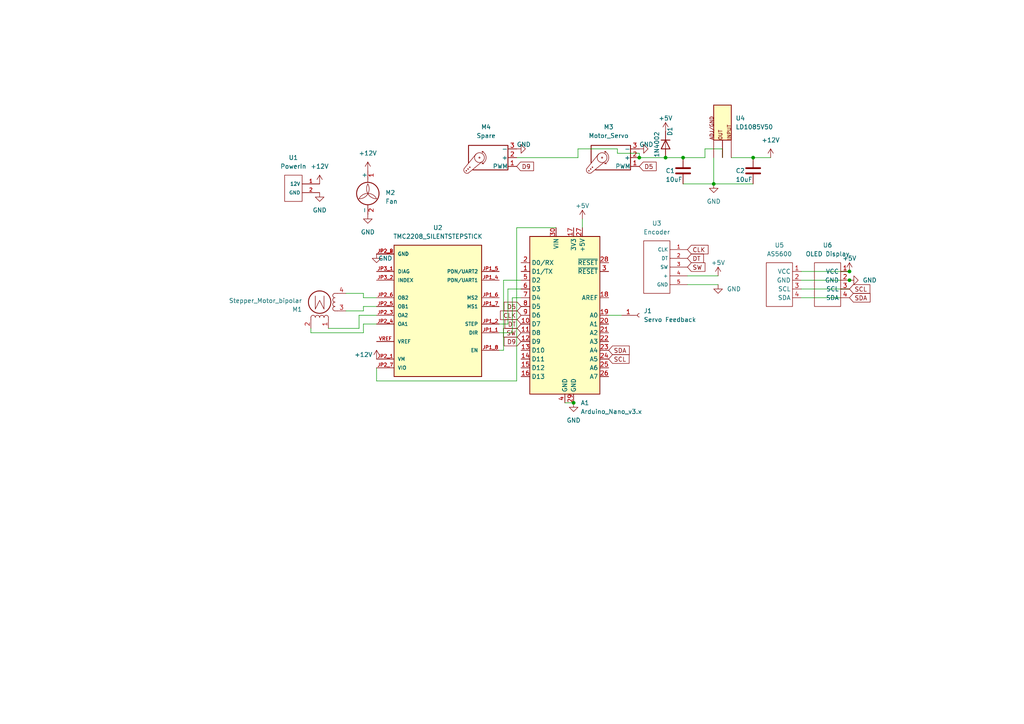
<source format=kicad_sch>
(kicad_sch (version 20211123) (generator eeschema)
  (paper "A4")
  (lib_symbols
    (symbol "Connector:Conn_01x01_Female" (pin_names (offset 1.016) hide)
      (property "Reference" "J" (at 0 2.54 0))
      (property "Value" "Conn_01x01_Female" (at 0 -2.54 0))
      (symbol "Conn_01x01_Female_1_1"
        (polyline (pts (xy -1.27 0) (xy -0.508 0)) (stroke (width 0.1524)))
        (arc (start 0 0.508) (mid -0.508 0) (end 0 -0.508) (stroke (width 0.1524)))
        (pin passive line (at -5.08 0 0) (length 3.81) (name "Pin_1") (number "1"))
      )
    )
    (symbol "Device:C" (pin_numbers hide) (pin_names (offset 0.254))
      (property "Reference" "C" (at 0.635 2.54 0))
      (property "Value" "C" (at 0.635 -2.54 0))
      (symbol "C_0_1"
        (polyline (pts (xy -2.032 -0.762) (xy 2.032 -0.762)) (stroke (width 0.508)))
        (polyline (pts (xy -2.032 0.762) (xy 2.032 0.762)) (stroke (width 0.508)))
      )
      (symbol "C_1_1"
        (pin passive line (at 0 3.81 270) (length 2.794) (name "~") (number "1"))
        (pin passive line (at 0 -3.81 90) (length 2.794) (name "~") (number "2"))
      )
    )
    (symbol "Diode:1N4002" (pin_numbers hide) (pin_names (offset 1.016) hide)
      (property "Reference" "D" (at 0 2.54 0))
      (property "Value" "1N4002" (at 0 -2.54 0))
      (symbol "1N4002_0_1"
        (polyline (pts (xy -1.27 1.27) (xy -1.27 -1.27)) (stroke (width 0.254)))
        (polyline (pts (xy 1.27 0) (xy -1.27 0)))
        (polyline (pts (xy 1.27 1.27) (xy 1.27 -1.27) (xy -1.27 0) (xy 1.27 1.27)) (stroke (width 0.254)))
      )
      (symbol "1N4002_1_1"
        (pin passive line (at -3.81 0 0) (length 2.54) (name "K") (number "1"))
        (pin passive line (at 3.81 0 180) (length 2.54) (name "A") (number "2"))
      )
    )
    (symbol "MCU_Module:Arduino_Nano_v3.x"
      (property "Reference" "A" (at -10.16 23.495 0))
      (property "Value" "Arduino_Nano_v3.x" (at 5.08 -24.13 0))
      (symbol "Arduino_Nano_v3.x_0_1"
        (rectangle (start -10.16 22.86) (end 10.16 -22.86) (stroke (width 0.254)) (fill (type background)))
      )
      (symbol "Arduino_Nano_v3.x_1_1"
        (pin bidirectional line (at -12.7 12.7 0) (length 2.54) (name "D1/TX") (number "1"))
        (pin bidirectional line (at -12.7 -2.54 0) (length 2.54) (name "D7") (number "10"))
        (pin bidirectional line (at -12.7 -5.08 0) (length 2.54) (name "D8") (number "11"))
        (pin bidirectional line (at -12.7 -7.62 0) (length 2.54) (name "D9") (number "12"))
        (pin bidirectional line (at -12.7 -10.16 0) (length 2.54) (name "D10") (number "13"))
        (pin bidirectional line (at -12.7 -12.7 0) (length 2.54) (name "D11") (number "14"))
        (pin bidirectional line (at -12.7 -15.24 0) (length 2.54) (name "D12") (number "15"))
        (pin bidirectional line (at -12.7 -17.78 0) (length 2.54) (name "D13") (number "16"))
        (pin power_out line (at 2.54 25.4 270) (length 2.54) (name "3V3") (number "17"))
        (pin input line (at 12.7 5.08 180) (length 2.54) (name "AREF") (number "18"))
        (pin bidirectional line (at 12.7 0 180) (length 2.54) (name "A0") (number "19"))
        (pin bidirectional line (at -12.7 15.24 0) (length 2.54) (name "D0/RX") (number "2"))
        (pin bidirectional line (at 12.7 -2.54 180) (length 2.54) (name "A1") (number "20"))
        (pin bidirectional line (at 12.7 -5.08 180) (length 2.54) (name "A2") (number "21"))
        (pin bidirectional line (at 12.7 -7.62 180) (length 2.54) (name "A3") (number "22"))
        (pin bidirectional line (at 12.7 -10.16 180) (length 2.54) (name "A4") (number "23"))
        (pin bidirectional line (at 12.7 -12.7 180) (length 2.54) (name "A5") (number "24"))
        (pin bidirectional line (at 12.7 -15.24 180) (length 2.54) (name "A6") (number "25"))
        (pin bidirectional line (at 12.7 -17.78 180) (length 2.54) (name "A7") (number "26"))
        (pin power_out line (at 5.08 25.4 270) (length 2.54) (name "+5V") (number "27"))
        (pin input line (at 12.7 15.24 180) (length 2.54) (name "~{RESET}") (number "28"))
        (pin power_in line (at 2.54 -25.4 90) (length 2.54) (name "GND") (number "29"))
        (pin input line (at 12.7 12.7 180) (length 2.54) (name "~{RESET}") (number "3"))
        (pin power_in line (at -2.54 25.4 270) (length 2.54) (name "VIN") (number "30"))
        (pin power_in line (at 0 -25.4 90) (length 2.54) (name "GND") (number "4"))
        (pin bidirectional line (at -12.7 10.16 0) (length 2.54) (name "D2") (number "5"))
        (pin bidirectional line (at -12.7 7.62 0) (length 2.54) (name "D3") (number "6"))
        (pin bidirectional line (at -12.7 5.08 0) (length 2.54) (name "D4") (number "7"))
        (pin bidirectional line (at -12.7 2.54 0) (length 2.54) (name "D5") (number "8"))
        (pin bidirectional line (at -12.7 0 0) (length 2.54) (name "D6") (number "9"))
      )
    )
    (symbol "Motor:Fan" (pin_names (offset 0))
      (property "Reference" "M" (at 2.54 5.08 0))
      (property "Value" "Fan" (at 2.54 -2.54 0))
      (symbol "Fan_0_1"
        (arc (start -2.54 -0.508) (mid 0.0028 0.9121) (end 0 3.81))
        (polyline (pts (xy 0 -5.08) (xy 0 -4.572)))
        (polyline (pts (xy 0 -2.2352) (xy 0 -2.6416)))
        (polyline (pts (xy 0 4.2672) (xy 0 4.6228)))
        (polyline (pts (xy 0 4.572) (xy 0 5.08)))
        (circle (center 0 1.016) (radius 3.2512) (stroke (width 0.254)))
        (arc (start 0 3.81) (mid 0.053 0.921) (end 2.54 -0.508))
        (arc (start 2.54 -0.508) (mid 0 1.0618) (end -2.54 -0.508))
      )
      (symbol "Fan_1_1"
        (pin passive line (at 0 7.62 270) (length 2.54) (name "+") (number "1"))
        (pin passive line (at 0 -5.08 90) (length 2.54) (name "-") (number "2"))
      )
    )
    (symbol "Motor:Motor_Servo" (pin_names (offset 0.0254))
      (property "Reference" "M" (at -5.08 4.445 0))
      (property "Value" "Motor_Servo" (at -5.08 -4.064 0))
      (symbol "Motor_Servo_0_1"
        (polyline (pts (xy 2.413 -1.778) (xy 2.032 -1.778)))
        (polyline (pts (xy 2.413 -1.778) (xy 2.286 -1.397)))
        (polyline (pts (xy 2.413 1.778) (xy 1.905 1.778)))
        (polyline (pts (xy 2.413 1.778) (xy 2.286 1.397)))
        (polyline (pts (xy 6.35 4.445) (xy 2.54 1.27)))
        (polyline (pts (xy 7.62 3.175) (xy 4.191 -1.016)))
        (polyline (pts (xy 5.08 3.556) (xy -5.08 3.556) (xy -5.08 -3.556) (xy 6.35 -3.556) (xy 6.35 1.524)) (stroke (width 0.254)))
        (arc (start 2.413 1.778) (mid 1.2406 0) (end 2.413 -1.778))
        (circle (center 3.175 0) (radius 0.1778))
        (circle (center 3.175 0) (radius 1.4224))
        (circle (center 5.969 2.794) (radius 0.127))
        (circle (center 6.477 3.302) (radius 0.127))
        (circle (center 6.985 3.81) (radius 0.127))
        (arc (start 7.62 3.175) (mid 7.4485 4.2735) (end 6.35 4.445))
      )
      (symbol "Motor_Servo_1_1"
        (pin passive line (at -7.62 2.54 0) (length 2.54) (name "PWM") (number "1"))
        (pin passive line (at -7.62 0 0) (length 2.54) (name "+") (number "2"))
        (pin passive line (at -7.62 -2.54 0) (length 2.54) (name "-") (number "3"))
      )
    )
    (symbol "Motor:Stepper_Motor_bipolar" (pin_names (offset 0) hide)
      (property "Reference" "M" (at 3.81 2.54 0))
      (property "Value" "Stepper_Motor_bipolar" (at 3.81 1.27 0))
      (symbol "Stepper_Motor_bipolar_0_0"
        (polyline (pts (xy -1.27 -1.778) (xy -1.27 2.032) (xy 0 -0.508) (xy 1.27 2.032) (xy 1.27 -1.778)))
      )
      (symbol "Stepper_Motor_bipolar_0_1"
        (arc (start -4.445 -2.54) (mid -3.81 -1.905) (end -4.445 -1.27))
        (arc (start -4.445 -1.27) (mid -3.81 -0.635) (end -4.445 0))
        (arc (start -4.445 0) (mid -3.81 0.635) (end -4.445 1.27))
        (arc (start -4.445 1.27) (mid -3.81 1.905) (end -4.445 2.54))
        (arc (start -2.54 4.445) (mid -1.905 3.81) (end -1.27 4.445))
        (arc (start -1.27 4.445) (mid -0.635 3.81) (end 0 4.445))
        (polyline (pts (xy -5.08 -2.54) (xy -4.445 -2.54)))
        (polyline (pts (xy -5.08 2.54) (xy -4.445 2.54)))
        (polyline (pts (xy -2.54 5.08) (xy -2.54 4.445)))
        (polyline (pts (xy 2.54 5.08) (xy 2.54 4.445)))
        (circle (center 0 0) (radius 3.2512) (stroke (width 0.254)))
        (arc (start 0 4.445) (mid 0.635 3.81) (end 1.27 4.445))
        (arc (start 1.27 4.445) (mid 1.905 3.81) (end 2.54 4.445))
      )
      (symbol "Stepper_Motor_bipolar_1_1"
        (pin passive line (at -2.54 7.62 270) (length 2.54) (name "~") (number "1"))
        (pin passive line (at 2.54 7.62 270) (length 2.54) (name "-") (number "2"))
        (pin passive line (at -7.62 2.54 0) (length 2.54) (name "~") (number "3"))
        (pin passive line (at -7.62 -2.54 0) (length 2.54) (name "~") (number "4"))
      )
    )
    (symbol "New_Library:Encoder"
      (property "Reference" "U" (at 0 0 0))
      (property "Value" "Encoder" (at 0 2.54 0))
      (symbol "Encoder_0_0"
        (pin bidirectional line (at 12.7 -2.54 180) (length 5.08) (name "CLK") (number "1"))
        (pin bidirectional line (at 12.7 -5.08 180) (length 5.08) (name "DT") (number "2"))
        (pin bidirectional line (at 12.7 -7.62 180) (length 5.08) (name "SW") (number "3"))
        (pin bidirectional line (at 12.7 -10.16 180) (length 5.08) (name "+") (number "4"))
        (pin bidirectional line (at 12.7 -12.7 180) (length 5.08) (name "GND") (number "5"))
      )
      (symbol "Encoder_0_1"
        (rectangle (start 0 0) (end 7.62 -15.24))
      )
    )
    (symbol "New_Library:I2C_Comm"
      (property "Reference" "U" (at 0 0 0))
      (property "Value" "I2C_Comm" (at 0 2.54 0))
      (symbol "I2C_Comm_0_1"
        (rectangle (start 0 0) (end 7.62 -12.7))
      )
      (symbol "I2C_Comm_1_1"
        (pin input line (at 10.16 -2.54 180) (length 2.54) (name "VCC") (number "1"))
        (pin input line (at 10.16 -5.08 180) (length 2.54) (name "GND") (number "2"))
        (pin input line (at 10.16 -7.62 180) (length 2.54) (name "SCL") (number "3"))
        (pin input line (at 10.16 -10.16 180) (length 2.54) (name "SDA") (number "4"))
      )
    )
    (symbol "New_Library:PowerIn"
      (property "Reference" "U" (at 0 0 0))
      (property "Value" "PowerIn" (at 0 2.54 0))
      (symbol "PowerIn_0_0"
        (rectangle (start 0 0) (end 5.08 -7.62))
        (pin bidirectional line (at 10.16 -2.54 180) (length 5.08) (name "12V") (number "1"))
        (pin bidirectional line (at 10.16 -5.08 180) (length 5.08) (name "GND") (number "2"))
      )
    )
    (symbol "Regulator:LD1085V50" (pin_numbers hide) (pin_names (offset 1.016) hide)
      (property "Reference" "U" (at -3.81 -4.318 90))
      (property "Value" "LD1085V50" (at 5.334 -4.826 90))
      (symbol "LD1085V50_0_0"
        (rectangle (start -2.54 -5.08) (end 2.54 5.08) (stroke (width 0.254)) (fill (type background)))
        (text "ADJ/GND" (at -2.54 -5.08 900) (effects (font (size 1.016 1.016)) (justify left bottom)))
        (text "INPUT" (at 2.54 -5.08 900) (effects (font (size 1.016 1.016)) (justify left bottom)))
        (text "OUT" (at 0 -5.08 900) (effects (font (size 1.016 1.016)) (justify left bottom)))
        (pin bidirectional line (at -2.54 -10.16 90) (length 5.08) (name "~") (number "1"))
        (pin bidirectional line (at 0 -10.16 90) (length 5.08) (name "~") (number "2"))
        (pin bidirectional line (at 2.54 -10.16 90) (length 5.08) (name "Input") (number "3"))
      )
    )
    (symbol "TMC2208:TMC2208_SILENTSTEPSTICK" (pin_names (offset 1.016))
      (property "Reference" "U" (at -12.7 19.05 0))
      (property "Value" "TMC2208_SILENTSTEPSTICK" (at -12.7 -22.86 0))
      (symbol "TMC2208_SILENTSTEPSTICK_0_0"
        (rectangle (start -12.7 -20.32) (end 12.7 17.78) (stroke (width 0.254)) (fill (type background)))
        (pin input line (at -17.78 5.08 0) (length 5.08) (name "DIR") (number "JP1_1"))
        (pin input line (at -17.78 2.54 0) (length 5.08) (name "STEP") (number "JP1_2"))
        (pin bidirectional line (at -17.78 -10.16 0) (length 5.08) (name "PDN/UART1") (number "JP1_4"))
        (pin bidirectional line (at -17.78 -12.7 0) (length 5.08) (name "PDN/UART2") (number "JP1_5"))
        (pin input line (at -17.78 -5.08 0) (length 5.08) (name "MS2") (number "JP1_6"))
        (pin input line (at -17.78 -2.54 0) (length 5.08) (name "MS1") (number "JP1_7"))
        (pin input line (at -17.78 10.16 0) (length 5.08) (name "EN") (number "JP1_8"))
        (pin power_in line (at 17.78 12.7 180) (length 5.08) (name "VM") (number "JP2_1"))
        (pin power_in line (at 17.78 -17.78 180) (length 5.08) (name "GND") (number "JP2_2"))
        (pin passive line (at 17.78 0 180) (length 5.08) (name "OA2") (number "JP2_3"))
        (pin passive line (at 17.78 2.54 180) (length 5.08) (name "OA1") (number "JP2_4"))
        (pin passive line (at 17.78 -2.54 180) (length 5.08) (name "OB1") (number "JP2_5"))
        (pin passive line (at 17.78 -5.08 180) (length 5.08) (name "OB2") (number "JP2_6"))
        (pin power_in line (at 17.78 15.24 180) (length 5.08) (name "VIO") (number "JP2_7"))
        (pin power_in line (at 17.78 -17.78 180) (length 5.08) (name "GND") (number "JP2_8"))
        (pin output line (at 17.78 -12.7 180) (length 5.08) (name "DIAG") (number "JP3_1"))
        (pin output line (at 17.78 -10.16 180) (length 5.08) (name "INDEX") (number "JP3_2"))
        (pin passive line (at 17.78 7.62 180) (length 5.08) (name "VREF") (number "VREF"))
      )
    )
    (symbol "power:+12V" (power) (pin_names (offset 0))
      (property "Value" "+12V" (at 0 3.556 0))
      (symbol "+12V_0_1"
        (polyline (pts (xy -0.762 1.27) (xy 0 2.54)))
        (polyline (pts (xy 0 0) (xy 0 2.54)))
        (polyline (pts (xy 0 2.54) (xy 0.762 1.27)))
      )
      (symbol "+12V_1_1"
        (pin power_in line (at 0 0 90) (length 0) hide (name "+12V") (number "1"))
      )
    )
    (symbol "power:+5V" (power) (pin_names (offset 0))
      (property "Value" "+5V" (at 0 3.556 0))
      (symbol "+5V_0_1"
        (polyline (pts (xy -0.762 1.27) (xy 0 2.54)))
        (polyline (pts (xy 0 0) (xy 0 2.54)))
        (polyline (pts (xy 0 2.54) (xy 0.762 1.27)))
      )
      (symbol "+5V_1_1"
        (pin power_in line (at 0 0 90) (length 0) hide (name "+5V") (number "1"))
      )
    )
    (symbol "power:GND" (power) (pin_names (offset 0))
      (property "Value" "GND" (at 0 -3.81 0))
      (symbol "GND_0_1"
        (polyline (pts (xy 0 0) (xy 0 -1.27) (xy 1.27 -1.27) (xy 0 -2.54) (xy -1.27 -1.27) (xy 0 -1.27)))
      )
      (symbol "GND_1_1"
        (pin power_in line (at 0 0 270) (length 0) hide (name "GND") (number "1"))
      )
    )
  )
  (junction (at 166.37 116.84))
  (junction (at 218.44 45.72))
  (junction (at 207.01 53.34))
  (junction (at 198.12 45.72))
  (junction (at 246.38 81.28))
  (junction (at 193.04 45.72))
  (junction (at 246.38 78.74))
  (junction (at 185.42 45.72))
  (wire (pts (xy 232.41 86.36) (xy 246.38 86.36)))
  (wire (pts (xy 207.01 53.34) (xy 207.01 45.72)))
  (wire (pts (xy 193.04 45.72) (xy 198.12 45.72)))
  (wire (pts (xy 109.22 106.68) (xy 109.22 110.49)))
  (wire (pts (xy 207.01 53.34) (xy 218.44 53.34)))
  (wire (pts (xy 148.59 96.52) (xy 148.59 86.36)))
  (wire (pts (xy 149.86 45.72) (xy 167.64 45.72)))
  (wire (pts (xy 147.32 83.82) (xy 151.13 83.82)))
  (wire (pts (xy 167.64 45.72) (xy 167.64 43.18)))
  (wire (pts (xy 105.41 96.52) (xy 105.41 93.98)))
  (wire (pts (xy 144.78 96.52) (xy 148.59 96.52)))
  (wire (pts (xy 104.14 91.44) (xy 109.22 91.44)))
  (wire (pts (xy 232.41 81.28) (xy 246.38 81.28)))
  (wire (pts (xy 179.07 43.18) (xy 179.07 44.45)))
  (wire (pts (xy 105.41 85.09) (xy 105.41 86.36)))
  (wire (pts (xy 90.17 96.52) (xy 105.41 96.52)))
  (wire (pts (xy 100.33 90.17) (xy 105.41 90.17)))
  (wire (pts (xy 232.41 83.82) (xy 246.38 83.82)))
  (wire (pts (xy 95.25 95.25) (xy 104.14 95.25)))
  (wire (pts (xy 204.47 43.18) (xy 204.47 45.72)))
  (wire (pts (xy 168.91 63.5) (xy 168.91 66.04)))
  (wire (pts (xy 199.39 80.01) (xy 208.28 80.01)))
  (wire (pts (xy 146.05 101.6) (xy 146.05 81.28)))
  (wire (pts (xy 148.59 86.36) (xy 151.13 86.36)))
  (wire (pts (xy 199.39 82.55) (xy 208.28 82.55)))
  (wire (pts (xy 218.44 45.72) (xy 223.52 45.72)))
  (wire (pts (xy 149.86 110.49) (xy 149.86 66.04)))
  (wire (pts (xy 198.12 53.34) (xy 207.01 53.34)))
  (wire (pts (xy 144.78 101.6) (xy 146.05 101.6)))
  (wire (pts (xy 104.14 95.25) (xy 104.14 91.44)))
  (wire (pts (xy 105.41 90.17) (xy 105.41 88.9)))
  (wire (pts (xy 146.05 81.28) (xy 151.13 81.28)))
  (wire (pts (xy 209.55 45.72) (xy 209.55 43.18)))
  (wire (pts (xy 167.64 43.18) (xy 179.07 43.18)))
  (wire (pts (xy 105.41 93.98) (xy 109.22 93.98)))
  (wire (pts (xy 105.41 86.36) (xy 109.22 86.36)))
  (wire (pts (xy 212.09 45.72) (xy 218.44 45.72)))
  (wire (pts (xy 232.41 78.74) (xy 246.38 78.74)))
  (wire (pts (xy 90.17 95.25) (xy 90.17 96.52)))
  (wire (pts (xy 176.53 91.44) (xy 180.34 91.44)))
  (wire (pts (xy 185.42 44.45) (xy 185.42 45.72)))
  (wire (pts (xy 147.32 93.98) (xy 147.32 83.82)))
  (wire (pts (xy 144.78 93.98) (xy 147.32 93.98)))
  (wire (pts (xy 149.86 66.04) (xy 161.29 66.04)))
  (wire (pts (xy 185.42 45.72) (xy 193.04 45.72)))
  (wire (pts (xy 179.07 44.45) (xy 185.42 44.45)))
  (wire (pts (xy 100.33 85.09) (xy 105.41 85.09)))
  (wire (pts (xy 204.47 45.72) (xy 198.12 45.72)))
  (wire (pts (xy 109.22 110.49) (xy 149.86 110.49)))
  (wire (pts (xy 163.83 116.84) (xy 166.37 116.84)))
  (wire (pts (xy 105.41 88.9) (xy 109.22 88.9)))
  (wire (pts (xy 209.55 43.18) (xy 204.47 43.18)))
  (global_label "D5" (shape input) (at 185.42 48.26 0) (property "Intersheet References" "${INTERSHEET_REFS}" (effects hide)))
  (global_label "DT" (shape input) (at 199.39 74.93 0) (property "Intersheet References" "${INTERSHEET_REFS}" (effects hide)))
  (global_label "D5" (shape input) (at 151.13 88.9 180) (property "Intersheet References" "${INTERSHEET_REFS}" (effects hide)))
  (global_label "SDA" (shape input) (at 246.38 86.36 0) (property "Intersheet References" "${INTERSHEET_REFS}" (effects hide)))
  (global_label "SW" (shape input) (at 151.13 96.52 180) (property "Intersheet References" "${INTERSHEET_REFS}" (effects hide)))
  (global_label "DT" (shape input) (at 151.13 93.98 180) (property "Intersheet References" "${INTERSHEET_REFS}" (effects hide)))
  (global_label "SCL" (shape input) (at 246.38 83.82 0) (property "Intersheet References" "${INTERSHEET_REFS}" (effects hide)))
  (global_label "SDA" (shape input) (at 176.53 101.6 0) (property "Intersheet References" "${INTERSHEET_REFS}" (effects hide)))
  (global_label "CLK" (shape input) (at 151.13 91.44 180) (property "Intersheet References" "${INTERSHEET_REFS}" (effects hide)))
  (global_label "SCL" (shape input) (at 176.53 104.14 0) (property "Intersheet References" "${INTERSHEET_REFS}" (effects hide)))
  (global_label "D9" (shape input) (at 151.13 99.06 180) (property "Intersheet References" "${INTERSHEET_REFS}" (effects hide)))
  (global_label "SW" (shape input) (at 199.39 77.47 0) (property "Intersheet References" "${INTERSHEET_REFS}" (effects hide)))
  (global_label "D9" (shape input) (at 149.86 48.26 0) (property "Intersheet References" "${INTERSHEET_REFS}" (effects hide)))
  (global_label "CLK" (shape input) (at 199.39 72.39 0) (property "Intersheet References" "${INTERSHEET_REFS}" (effects hide)))
  (symbol (lib_id "power:+5V") (at 208.28 80.01 0) (unit 1)
    (property "Reference" "#PWR0116" (effects hide))
    (property "Value" "+5V" (at 208.28 76.2 0))
  )
  (symbol (lib_id "power:+5V") (at 168.91 63.5 0) (unit 1)
    (property "Reference" "#PWR0103" (effects hide))
    (property "Value" "+5V" (at 168.91 59.69 0))
  )
  (symbol (lib_id "Motor:Stepper_Motor_bipolar") (at 92.71 87.63 180) (unit 1)
    (property "Reference" "M1" (at 87.63 89.751 0) (effects (justify left)))
    (property "Value" "Stepper_Motor_bipolar" (at 87.63 87.211 0) (effects (justify left)))
    (property "Footprint" "Connector_PinSocket_2.54mm:PinSocket_1x04_P2.54mm_Vertical" (effects hide))
    (property "Datasheet" "http://www.infineon.com/dgdl/Application-Note-TLE8110EE_driving_UniPolarStepperMotor_V1.1.pdf?fileId=db3a30431be39b97011be5d0aa0a00b0" (effects hide))
  )
  (symbol (lib_id "power:+12V") (at 223.52 45.72 0) (unit 1)
    (property "Reference" "#PWR0102" (effects hide))
    (property "Value" "+12V" (at 223.52 40.64 0))
  )
  (symbol (lib_id "MCU_Module:Arduino_Nano_v3.x") (at 163.83 91.44 0) (unit 1)
    (property "Reference" "A1" (at 168.3894 116.84 0) (effects (justify left)))
    (property "Value" "Arduino_Nano_v3.x" (at 168.3894 119.38 0) (effects (justify left)))
    (property "Footprint" "Module:Arduino_Nano" (effects hide))
    (property "Datasheet" "http://www.mouser.com/pdfdocs/Gravitech_Arduino_Nano3_0.pdf" (effects hide))
  )
  (symbol (lib_id "Motor:Motor_Servo") (at 142.24 45.72 180) (unit 1)
    (property "Reference" "M4" (at 140.9811 36.83 0))
    (property "Value" "Spare" (at 140.9811 39.37 0))
    (property "Footprint" "Connector_PinSocket_2.54mm:PinSocket_1x03_P2.54mm_Vertical" (effects hide))
    (property "Datasheet" "http://forums.parallax.com/uploads/attachments/46831/74481.png" (effects hide))
  )
  (symbol (lib_id "power:GND") (at 109.22 73.66 0) (unit 1)
    (property "Reference" "#PWR0106" (effects hide))
    (property "Value" "GND" (at 111.76 74.93 0))
  )
  (symbol (lib_id "New_Library:Encoder") (at 186.69 69.85 0) (unit 1)
    (property "Reference" "U3" (at 190.5 64.77 0))
    (property "Value" "Encoder" (at 190.5 67.31 0))
    (property "Footprint" "Connector_PinSocket_2.54mm:PinSocket_1x05_P2.54mm_Vertical" (effects hide))
  )
  (symbol (lib_id "New_Library:I2C_Comm") (at 236.22 76.2 0) (unit 1)
    (property "Reference" "U6" (at 240.03 71.12 0))
    (property "Value" "OLED Display" (at 240.03 73.66 0))
    (property "Footprint" "Connector_PinSocket_2.54mm:PinSocket_1x04_P2.54mm_Vertical" (effects hide))
  )
  (symbol (lib_id "power:+12V") (at 92.71 53.34 0) (unit 1)
    (property "Reference" "#PWR0108" (effects hide))
    (property "Value" "+12V" (at 92.71 48.26 0))
  )
  (symbol (lib_id "Motor:Fan") (at 106.68 57.15 0) (unit 1)
    (property "Reference" "M2" (at 111.76 55.8799 0) (effects (justify left)))
    (property "Value" "Fan" (at 111.76 58.4199 0) (effects (justify left)))
    (property "Footprint" "Connector_PinSocket_2.54mm:PinSocket_1x02_P2.54mm_Vertical" (effects hide))
  )
  (symbol (lib_id "power:+12V") (at 109.22 104.14 0) (unit 1)
    (property "Reference" "#PWR0112" (effects hide))
    (property "Value" "+12V" (at 105.41 102.87 0))
  )
  (symbol (lib_id "TMC2208:TMC2208_SILENTSTEPSTICK") (at 127 91.44 180) (unit 1)
    (property "Reference" "U2" (at 127 66.04 0))
    (property "Value" "TMC2208_SILENTSTEPSTICK" (at 127 68.58 0))
    (property "Footprint" "TMC2208_SILENTSTEPSTICK:MODULE_TMC2208_SILENTSTEPSTICK" (effects hide))
    (property "MANUFACTURER" "Trinamic Motion" (effects hide))
  )
  (symbol (lib_id "New_Library:PowerIn") (at 82.55 50.8 0) (unit 1)
    (property "Reference" "U1" (at 85.09 45.72 0))
    (property "Value" "PowerIn" (at 85.09 48.26 0))
    (property "Footprint" "Library:PowerPads" (effects hide))
  )
  (symbol (lib_id "power:GND") (at 208.28 82.55 0) (unit 1)
    (property "Reference" "#PWR0115" (effects hide))
    (property "Value" "GND" (at 210.82 83.8199 0) (effects (justify left)))
  )
  (symbol (lib_id "power:GND") (at 166.37 116.84 0) (unit 1)
    (property "Reference" "#PWR0111" (effects hide))
    (property "Value" "GND" (at 166.37 121.92 0))
  )
  (symbol (lib_id "Diode:1N4002") (at 193.04 41.91 270) (unit 1)
    (property "Reference" "D1" (at 194.31 38.1 0))
    (property "Value" "1N4002" (at 190.5 41.91 0))
    (property "Footprint" "Diode_THT:D_DO-41_SOD81_P7.62mm_Horizontal" (effects hide))
    (property "Datasheet" "http://www.vishay.com/docs/88503/1n4001.pdf" (effects hide))
  )
  (symbol (lib_id "Device:C") (at 218.44 49.53 0) (unit 1)
    (property "Reference" "C2" (at 213.36 49.53 0) (effects (justify left)))
    (property "Value" "10uF" (at 213.36 52.07 0) (effects (justify left)))
    (property "Footprint" "Capacitor_THT:CP_Radial_D6.3mm_P2.50mm" (effects hide))
  )
  (symbol (lib_id "New_Library:I2C_Comm") (at 222.25 76.2 0) (unit 1)
    (property "Reference" "U5" (at 226.06 71.12 0))
    (property "Value" "AS5600" (at 226.06 73.66 0))
    (property "Footprint" "Connector_PinSocket_2.54mm:PinSocket_1x04_P2.54mm_Vertical" (effects hide))
  )
  (symbol (lib_id "power:GND") (at 185.42 43.18 90) (unit 1)
    (property "Reference" "#PWR0104" (effects hide))
    (property "Value" "GND" (at 185.42 41.91 90) (effects (justify right)))
  )
  (symbol (lib_id "power:GND") (at 149.86 43.18 90) (unit 1)
    (property "Reference" "#PWR0117" (effects hide))
    (property "Value" "GND" (at 149.86 41.91 90) (effects (justify right)))
  )
  (symbol (lib_id "power:GND") (at 207.01 53.34 0) (unit 1)
    (property "Reference" "#PWR0101" (effects hide))
    (property "Value" "GND" (at 207.01 58.42 0))
  )
  (symbol (lib_id "power:GND") (at 92.71 55.88 0) (unit 1)
    (property "Reference" "#PWR0107" (effects hide))
    (property "Value" "GND" (at 92.71 60.96 0))
  )
  (symbol (lib_id "power:GND") (at 106.68 62.23 0) (unit 1)
    (property "Reference" "#PWR0109" (effects hide))
    (property "Value" "GND" (at 106.68 67.31 0))
  )
  (symbol (lib_id "power:GND") (at 246.38 81.28 90) (unit 1)
    (property "Reference" "#PWR0113" (effects hide))
    (property "Value" "GND" (at 250.19 81.2799 90) (effects (justify right)))
  )
  (symbol (lib_id "power:+5V") (at 246.38 78.74 0) (unit 1)
    (property "Reference" "#PWR0114" (effects hide))
    (property "Value" "+5V" (at 246.38 74.93 0))
  )
  (symbol (lib_id "power:+12V") (at 106.68 49.53 0) (unit 1)
    (property "Reference" "#PWR0110" (effects hide))
    (property "Value" "+12V" (at 106.68 44.45 0))
  )
  (symbol (lib_id "Motor:Motor_Servo") (at 177.8 45.72 180) (unit 1)
    (property "Reference" "M3" (at 176.5411 36.83 0))
    (property "Value" "Motor_Servo" (at 176.5411 39.37 0))
    (property "Footprint" "Connector_PinSocket_2.54mm:PinSocket_1x03_P2.54mm_Vertical" (effects hide))
    (property "Datasheet" "http://forums.parallax.com/uploads/attachments/46831/74481.png" (effects hide))
  )
  (symbol (lib_id "Device:C") (at 198.12 49.53 0) (unit 1)
    (property "Reference" "C1" (at 193.04 49.53 0) (effects (justify left)))
    (property "Value" "10uF" (at 193.04 52.07 0) (effects (justify left)))
    (property "Footprint" "Capacitor_THT:CP_Radial_D6.3mm_P2.50mm" (effects hide))
  )
  (symbol (lib_id "Connector:Conn_01x01_Female") (at 185.42 91.44 0) (unit 1)
    (property "Reference" "J1" (at 186.69 90.1699 0) (effects (justify left)))
    (property "Value" "Servo Feedback" (at 186.69 92.7099 0) (effects (justify left)))
    (property "Footprint" "Connector_PinSocket_2.54mm:PinSocket_1x01_P2.54mm_Vertical" (effects hide))
  )
  (symbol (lib_id "Regulator:LD1085V50") (at 209.55 35.56 0) (unit 1)
    (property "Reference" "U4" (at 213.36 34.2899 0) (effects (justify left)))
    (property "Value" "LD1085V50" (at 213.36 36.8299 0) (effects (justify left)))
    (property "Footprint" "LD1085:TO220V" (effects hide))
  )
  (symbol (lib_id "power:+5V") (at 193.04 38.1 0) (unit 1)
    (property "Reference" "#PWR0105" (effects hide))
    (property "Value" "+5V" (at 193.04 34.29 0))
  )
)
</source>
